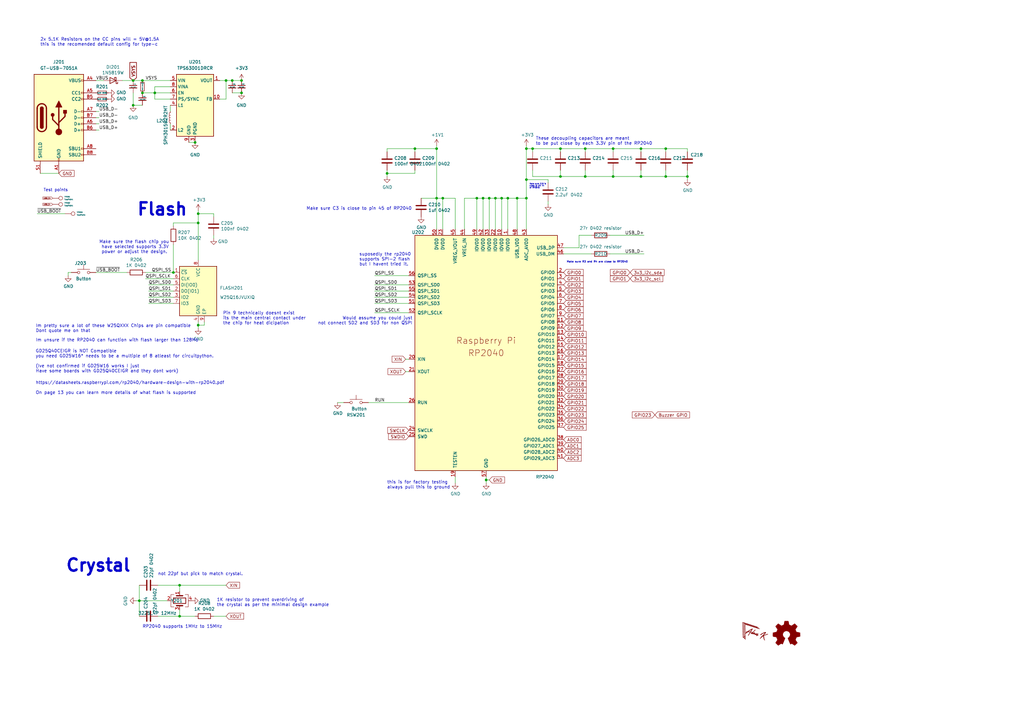
<source format=kicad_sch>
(kicad_sch (version 20231120) (generator "eeschema") (generator_version "8.0")
  (paper "A3")
  (lib_symbols
    (symbol "+3V3_1" (power) (pin_names (offset 0))
      (property "Value" "+3V3_1" (at 0 3.556 0))
      (symbol "+3V3_1_1_1"
        (pin power_in line (at 0 0 90) (length 0) hide (name "+3V3") (number "1"))
      )
    )
    (symbol "Connector:TestPoint" (pin_numbers hide) (pin_names (offset 0.762) hide)
      (property "Reference" "TP" (at 0 6.858 0))
      (property "Value" "TestPoint" (at 0 5.08 0))
      (symbol "TestPoint_1_1"
        (pin passive line (at 0 0 90) (length 2.54) (name "1") (number "1"))
      )
    )
    (symbol "Connector:USB_C_Receptacle_USB2.0_16P" (pin_names (offset 1.016))
      (property "Reference" "J" (at 0 22.225 0))
      (property "Value" "USB_C_Receptacle_USB2.0_16P" (at 0 19.685 0))
      (symbol "USB_C_Receptacle_USB2.0_16P_1_1"
        (pin passive line (at 0 -22.86 90) (length 5.08) (name "GND") (number "A1"))
        (pin passive line (at 0 -22.86 90) (length 5.08) hide (name "GND") (number "A12"))
        (pin passive line (at 15.24 15.24 180) (length 5.08) (name "VBUS") (number "A4"))
        (pin bidirectional line (at 15.24 10.16 180) (length 5.08) (name "CC1") (number "A5"))
        (pin bidirectional line (at 15.24 -2.54 180) (length 5.08) (name "D+") (number "A6"))
        (pin bidirectional line (at 15.24 2.54 180) (length 5.08) (name "D-") (number "A7"))
        (pin bidirectional line (at 15.24 -12.7 180) (length 5.08) (name "SBU1") (number "A8"))
        (pin passive line (at 15.24 15.24 180) (length 5.08) hide (name "VBUS") (number "A9"))
        (pin passive line (at 0 -22.86 90) (length 5.08) hide (name "GND") (number "B1"))
        (pin passive line (at 0 -22.86 90) (length 5.08) hide (name "GND") (number "B12"))
        (pin passive line (at 15.24 15.24 180) (length 5.08) hide (name "VBUS") (number "B4"))
        (pin bidirectional line (at 15.24 7.62 180) (length 5.08) (name "CC2") (number "B5"))
        (pin bidirectional line (at 15.24 -5.08 180) (length 5.08) (name "D+") (number "B6"))
        (pin bidirectional line (at 15.24 0 180) (length 5.08) (name "D-") (number "B7"))
        (pin bidirectional line (at 15.24 -15.24 180) (length 5.08) (name "SBU2") (number "B8"))
        (pin passive line (at 15.24 15.24 180) (length 5.08) hide (name "VBUS") (number "B9"))
        (pin passive line (at -7.62 -22.86 90) (length 5.08) (name "SHIELD") (number "S1"))
      )
    )
    (symbol "Device:C" (pin_numbers hide) (pin_names (offset 0.254))
      (property "Reference" "C" (at 0.635 2.54 0))
      (property "Value" "C" (at 0.635 -2.54 0))
      (symbol "C_1_1"
        (pin passive line (at 0 3.81 270) (length 2.794) (name "~") (number "1"))
        (pin passive line (at 0 -3.81 90) (length 2.794) (name "~") (number "2"))
      )
    )
    (symbol "Device:C_Small" (pin_numbers hide) (pin_names (offset 0.254) hide)
      (property "Reference" "C" (at 0.254 1.778 0))
      (property "Value" "C_Small" (at 0.254 -2.032 0))
      (symbol "C_Small_1_1"
        (pin passive line (at 0 2.54 270) (length 2.032) (name "~") (number "1"))
        (pin passive line (at 0 -2.54 90) (length 2.032) (name "~") (number "2"))
      )
    )
    (symbol "Device:Crystal_GND24" (pin_names (offset 1.016) hide)
      (property "Reference" "Y" (at 3.175 5.08 0))
      (property "Value" "Crystal_GND24" (at 3.175 3.175 0))
      (symbol "Crystal_GND24_1_1"
        (pin passive line (at -3.81 0 0) (length 1.27) (name "1") (number "1"))
        (pin passive line (at 0 5.08 270) (length 1.27) (name "2") (number "2"))
        (pin passive line (at 3.81 0 180) (length 1.27) (name "3") (number "3"))
        (pin passive line (at 0 -5.08 90) (length 1.27) (name "4") (number "4"))
      )
    )
    (symbol "Device:D_Schottky" (pin_numbers hide) (pin_names (offset 1.016) hide)
      (property "Reference" "D" (at 0 2.54 0))
      (property "Value" "D_Schottky" (at 0 -2.54 0))
      (symbol "D_Schottky_1_1"
        (pin passive line (at -3.81 0 0) (length 2.54) (name "K") (number "1"))
        (pin passive line (at 3.81 0 180) (length 2.54) (name "A") (number "2"))
      )
    )
    (symbol "Device:L_Small" (pin_numbers hide) (pin_names (offset 0.254) hide)
      (property "Reference" "L" (at 0.762 1.016 0))
      (property "Value" "L_Small" (at 0.762 -1.016 0))
      (symbol "L_Small_1_1"
        (pin passive line (at 0 2.54 270) (length 0.508) (name "~") (number "1"))
        (pin passive line (at 0 -2.54 90) (length 0.508) (name "~") (number "2"))
      )
    )
    (symbol "Device:R" (pin_numbers hide) (pin_names (offset 0))
      (property "Reference" "R" (at 2.032 0 90))
      (property "Value" "R" (at 0 0 90))
      (symbol "R_1_1"
        (pin passive line (at 0 3.81 270) (length 1.27) (name "~") (number "1"))
        (pin passive line (at 0 -3.81 90) (length 1.27) (name "~") (number "2"))
      )
    )
    (symbol "Device:R_Small" (pin_numbers hide) (pin_names (offset 0.254) hide)
      (property "Reference" "R" (at 0.762 0.508 0))
      (property "Value" "R_Small" (at 0.762 -1.016 0))
      (symbol "R_Small_1_1"
        (pin passive line (at 0 2.54 270) (length 0.762) (name "~") (number "1"))
        (pin passive line (at 0 -2.54 90) (length 0.762) (name "~") (number "2"))
      )
    )
    (symbol "GND_1" (power) (pin_names (offset 0))
      (property "Value" "GND_1" (at 0 -3.81 0))
      (symbol "GND_1_1_1"
        (pin power_in line (at 0 0 270) (length 0) hide (name "GND") (number "1"))
      )
    )
    (symbol "GND_2" (power) (pin_names (offset 0))
      (property "Value" "GND_2" (at 0 -3.81 0))
      (symbol "GND_2_1_1"
        (pin power_in line (at 0 0 270) (length 0) hide (name "GND") (number "1"))
      )
    )
    (symbol "Graphic:Logo_Open_Hardware_Small" (pin_names (offset 1.016)))
    (symbol "MCU_RaspberryPi_RP2040:RP2040" (pin_names (offset 1.016))
      (property "Reference" "U" (at -29.21 49.53 0))
      (property "Value" "RP2040" (at 24.13 -49.53 0))
      (symbol "RP2040_0_0"
        (text "Raspberry Pi" (at 0 5.08 0) (effects (font (size 2.54 2.54))))
        (text "RP2040" (at 0 0 0) (effects (font (size 2.54 2.54))))
      )
      (symbol "RP2040_1_1"
        (pin power_in line (at 8.89 50.8 270) (length 2.54) (name "IOVDD") (number "1"))
        (pin power_in line (at 6.35 50.8 270) (length 2.54) (name "IOVDD") (number "10"))
        (pin bidirectional line (at 31.75 12.7 180) (length 2.54) (name "GPIO8") (number "11"))
        (pin bidirectional line (at 31.75 10.16 180) (length 2.54) (name "GPIO9") (number "12"))
        (pin bidirectional line (at 31.75 7.62 180) (length 2.54) (name "GPIO10") (number "13"))
        (pin bidirectional line (at 31.75 5.08 180) (length 2.54) (name "GPIO11") (number "14"))
        (pin bidirectional line (at 31.75 2.54 180) (length 2.54) (name "GPIO12") (number "15"))
        (pin bidirectional line (at 31.75 0 180) (length 2.54) (name "GPIO13") (number "16"))
        (pin bidirectional line (at 31.75 -2.54 180) (length 2.54) (name "GPIO14") (number "17"))
        (pin bidirectional line (at 31.75 -5.08 180) (length 2.54) (name "GPIO15") (number "18"))
        (pin passive line (at -12.7 -50.8 90) (length 2.54) (name "TESTEN") (number "19"))
        (pin bidirectional line (at 31.75 33.02 180) (length 2.54) (name "GPIO0") (number "2"))
        (pin input line (at -31.75 -2.54 0) (length 2.54) (name "XIN") (number "20"))
        (pin passive line (at -31.75 -7.62 0) (length 2.54) (name "XOUT") (number "21"))
        (pin power_in line (at 3.81 50.8 270) (length 2.54) (name "IOVDD") (number "22"))
        (pin power_in line (at -17.78 50.8 270) (length 2.54) (name "DVDD") (number "23"))
        (pin output line (at -31.75 -31.75 0) (length 2.54) (name "SWCLK") (number "24"))
        (pin bidirectional line (at -31.75 -34.29 0) (length 2.54) (name "SWD") (number "25"))
        (pin input line (at -31.75 -20.32 0) (length 2.54) (name "RUN") (number "26"))
        (pin bidirectional line (at 31.75 -7.62 180) (length 2.54) (name "GPIO16") (number "27"))
        (pin bidirectional line (at 31.75 -10.16 180) (length 2.54) (name "GPIO17") (number "28"))
        (pin bidirectional line (at 31.75 -12.7 180) (length 2.54) (name "GPIO18") (number "29"))
        (pin bidirectional line (at 31.75 30.48 180) (length 2.54) (name "GPIO1") (number "3"))
        (pin bidirectional line (at 31.75 -15.24 180) (length 2.54) (name "GPIO19") (number "30"))
        (pin bidirectional line (at 31.75 -17.78 180) (length 2.54) (name "GPIO20") (number "31"))
        (pin bidirectional line (at 31.75 -20.32 180) (length 2.54) (name "GPIO21") (number "32"))
        (pin power_in line (at 1.27 50.8 270) (length 2.54) (name "IOVDD") (number "33"))
        (pin bidirectional line (at 31.75 -22.86 180) (length 2.54) (name "GPIO22") (number "34"))
        (pin bidirectional line (at 31.75 -25.4 180) (length 2.54) (name "GPIO23") (number "35"))
        (pin bidirectional line (at 31.75 -27.94 180) (length 2.54) (name "GPIO24") (number "36"))
        (pin bidirectional line (at 31.75 -30.48 180) (length 2.54) (name "GPIO25") (number "37"))
        (pin bidirectional line (at 31.75 -35.56 180) (length 2.54) (name "GPIO26_ADC0") (number "38"))
        (pin bidirectional line (at 31.75 -38.1 180) (length 2.54) (name "GPIO27_ADC1") (number "39"))
        (pin bidirectional line (at 31.75 27.94 180) (length 2.54) (name "GPIO2") (number "4"))
        (pin bidirectional line (at 31.75 -40.64 180) (length 2.54) (name "GPIO28_ADC2") (number "40"))
        (pin bidirectional line (at 31.75 -43.18 180) (length 2.54) (name "GPIO29_ADC3") (number "41"))
        (pin power_in line (at -1.27 50.8 270) (length 2.54) (name "IOVDD") (number "42"))
        (pin power_in line (at 16.51 50.8 270) (length 2.54) (name "ADC_AVDD") (number "43"))
        (pin power_in line (at -8.89 50.8 270) (length 2.54) (name "VREG_IN") (number "44"))
        (pin power_out line (at -12.7 50.8 270) (length 2.54) (name "VREG_VOUT") (number "45"))
        (pin bidirectional line (at 31.75 40.64 180) (length 2.54) (name "USB_DM") (number "46"))
        (pin bidirectional line (at 31.75 43.18 180) (length 2.54) (name "USB_DP") (number "47"))
        (pin power_in line (at 12.7 50.8 270) (length 2.54) (name "USB_VDD") (number "48"))
        (pin power_in line (at -3.81 50.8 270) (length 2.54) (name "IOVDD") (number "49"))
        (pin bidirectional line (at 31.75 25.4 180) (length 2.54) (name "GPIO3") (number "5"))
        (pin power_in line (at -20.32 50.8 270) (length 2.54) (name "DVDD") (number "50"))
        (pin bidirectional line (at -31.75 20.32 0) (length 2.54) (name "QSPI_SD3") (number "51"))
        (pin output line (at -31.75 16.51 0) (length 2.54) (name "QSPI_SCLK") (number "52"))
        (pin bidirectional line (at -31.75 27.94 0) (length 2.54) (name "QSPI_SD0") (number "53"))
        (pin bidirectional line (at -31.75 22.86 0) (length 2.54) (name "QSPI_SD2") (number "54"))
        (pin bidirectional line (at -31.75 25.4 0) (length 2.54) (name "QSPI_SD1") (number "55"))
        (pin bidirectional line (at -31.75 31.75 0) (length 2.54) (name "QSPI_SS") (number "56"))
        (pin power_in line (at 0 -50.8 90) (length 2.54) (name "GND") (number "57"))
        (pin bidirectional line (at 31.75 22.86 180) (length 2.54) (name "GPIO4") (number "6"))
        (pin bidirectional line (at 31.75 20.32 180) (length 2.54) (name "GPIO5") (number "7"))
        (pin bidirectional line (at 31.75 17.78 180) (length 2.54) (name "GPIO6") (number "8"))
        (pin bidirectional line (at 31.75 15.24 180) (length 2.54) (name "GPIO7") (number "9"))
      )
    )
    (symbol "Memory_Flash:W25Q32JVZP"
      (property "Reference" "U" (at -6.35 11.43 0))
      (property "Value" "W25Q32JVZP" (at 7.62 11.43 0))
      (symbol "W25Q32JVZP_1_1"
        (pin input line (at -10.16 7.62 0) (length 2.54) (name "~{CS}") (number "1"))
        (pin bidirectional line (at -10.16 0 0) (length 2.54) (name "DO(IO1)") (number "2"))
        (pin bidirectional line (at -10.16 -2.54 0) (length 2.54) (name "IO2") (number "3"))
        (pin power_in line (at 0 -12.7 90) (length 2.54) (name "GND") (number "4"))
        (pin bidirectional line (at -10.16 2.54 0) (length 2.54) (name "DI(IO0)") (number "5"))
        (pin input line (at -10.16 5.08 0) (length 2.54) (name "CLK") (number "6"))
        (pin bidirectional line (at -10.16 -5.08 0) (length 2.54) (name "IO3") (number "7"))
        (pin power_in line (at 0 12.7 270) (length 2.54) (name "VCC") (number "8"))
        (pin passive line (at 2.54 -12.7 90) (length 2.54) (name "EP") (number "9"))
      )
    )
    (symbol "Regulator_Switching:TPS63001"
      (property "Reference" "U" (at -7.62 13.97 0))
      (property "Value" "TPS63001" (at 5.08 13.97 0))
      (symbol "TPS63001_1_1"
        (pin power_out line (at 10.16 10.16 180) (length 2.54) (name "VOUT") (number "1"))
        (pin input line (at 10.16 2.54 180) (length 2.54) (name "FB") (number "10"))
        (pin passive line (at 0 -15.24 90) (length 2.54) hide (name "PGND") (number "11"))
        (pin input line (at -10.16 -10.16 0) (length 2.54) (name "L2") (number "2"))
        (pin power_in line (at 0 -15.24 90) (length 2.54) (name "PGND") (number "3"))
        (pin input line (at -10.16 0 0) (length 2.54) (name "L1") (number "4"))
        (pin power_in line (at -10.16 10.16 0) (length 2.54) (name "VIN") (number "5"))
        (pin input line (at -10.16 5.08 0) (length 2.54) (name "EN") (number "6"))
        (pin input line (at -10.16 2.54 0) (length 2.54) (name "PS/SYNC") (number "7"))
        (pin power_in line (at -10.16 7.62 0) (length 2.54) (name "VINA") (number "8"))
        (pin power_in line (at -2.54 -15.24 90) (length 2.54) (name "GND") (number "9"))
      )
    )
    (symbol "Switch:SW_Push" (pin_numbers hide) (pin_names (offset 1.016) hide)
      (property "Reference" "SW" (at 1.27 2.54 0))
      (property "Value" "SW_Push" (at 0 -1.524 0))
      (symbol "SW_Push_0_1"
        (pin passive line (at -5.08 0 0) (length 2.54) (name "1") (number "1"))
        (pin passive line (at 5.08 0 180) (length 2.54) (name "2") (number "2"))
      )
    )
    (symbol "logo:LOGO" (pin_names (offset 1.016)))
    (symbol "power:+1V1" (power) (pin_names (offset 0))
      (property "Value" "+1V1" (at 0 3.556 0))
      (symbol "+1V1_1_1"
        (pin power_in line (at 0 0 90) (length 0) hide (name "+1V1") (number "1"))
      )
    )
    (symbol "power:+3V3" (power) (pin_names (offset 0))
      (property "Value" "+3V3" (at 0 3.556 0))
      (symbol "+3V3_1_1"
        (pin power_in line (at 0 0 90) (length 0) hide (name "+3V3") (number "1"))
      )
    )
    (symbol "power:GND" (power) (pin_names (offset 0))
      (property "Value" "GND" (at 0 -3.81 0))
      (symbol "GND_1_1"
        (pin power_in line (at 0 0 270) (length 0) hide (name "GND") (number "1"))
      )
    )
  )
  (junction (at 95.25 33.02))
  (junction (at 99.06 33.02))
  (junction (at 262.89 60.96))
  (junction (at 73.66 252.73))
  (junction (at 262.89 72.39))
  (junction (at 195.58 81.28))
  (junction (at 208.28 81.28))
  (junction (at 58.42 38.1))
  (junction (at 251.46 72.39))
  (junction (at 179.07 81.28))
  (junction (at 92.71 33.02))
  (junction (at 57.15 246.38))
  (junction (at 215.9 60.96))
  (junction (at 71.12 111.76))
  (junction (at 281.94 72.39))
  (junction (at 215.9 73.66))
  (junction (at 203.2 81.28))
  (junction (at 80.01 58.42))
  (junction (at 229.87 60.96))
  (junction (at 170.18 60.96))
  (junction (at 81.28 87.63))
  (junction (at 205.74 81.28))
  (junction (at 240.03 72.39))
  (junction (at 229.87 72.39))
  (junction (at 218.44 60.96))
  (junction (at 251.46 60.96))
  (junction (at 58.42 33.02))
  (junction (at 63.5 38.1))
  (junction (at 81.28 133.35))
  (junction (at 81.28 91.44))
  (junction (at 240.03 60.96))
  (junction (at 99.06 38.1))
  (junction (at 198.12 81.28))
  (junction (at 212.09 81.28))
  (junction (at 215.9 81.28))
  (junction (at 273.05 60.96))
  (junction (at 54.61 33.02))
  (junction (at 199.39 196.85))
  (junction (at 273.05 72.39))
  (junction (at 73.66 240.03))
  (junction (at 179.07 60.96))
  (junction (at 200.66 81.28))
  (junction (at 54.61 43.18))
  (junction (at 181.61 81.28))
  (junction (at 158.75 71.12))
  (wire (pts (xy 190.5 93.98) (xy 190.5 81.28)))
  (wire (pts (xy 218.44 62.23) (xy 218.44 60.96)))
  (wire (pts (xy 95.25 38.1) (xy 99.06 38.1)))
  (wire (pts (xy 186.69 81.28) (xy 181.61 81.28)))
  (wire (pts (xy 158.75 69.85) (xy 158.75 71.12)))
  (wire (pts (xy 190.5 81.28) (xy 195.58 81.28)))
  (wire (pts (xy 229.87 72.39) (xy 240.03 72.39)))
  (wire (pts (xy 262.89 69.85) (xy 262.89 72.39)))
  (wire (pts (xy 73.66 240.03) (xy 92.71 240.03)))
  (wire (pts (xy 59.69 111.76) (xy 71.12 111.76)))
  (wire (pts (xy 167.64 128.27) (xy 153.67 128.27)))
  (wire (pts (xy 166.37 147.32) (xy 167.64 147.32)))
  (wire (pts (xy 281.94 69.85) (xy 281.94 72.39)))
  (wire (pts (xy 240.03 62.23) (xy 240.03 60.96)))
  (wire (pts (xy 87.63 252.73) (xy 92.71 252.73)))
  (wire (pts (xy 200.66 196.85) (xy 199.39 196.85)))
  (wire (pts (xy 71.12 116.84) (xy 60.96 116.84)))
  (wire (pts (xy 64.77 240.03) (xy 73.66 240.03)))
  (wire (pts (xy 195.58 81.28) (xy 198.12 81.28)))
  (wire (pts (xy 92.71 40.64) (xy 92.71 33.02)))
  (wire (pts (xy 273.05 72.39) (xy 281.94 72.39)))
  (wire (pts (xy 71.12 124.46) (xy 60.96 124.46)))
  (wire (pts (xy 224.79 74.93) (xy 224.79 73.66)))
  (wire (pts (xy 60.96 119.38) (xy 71.12 119.38)))
  (wire (pts (xy 231.14 101.6) (xy 237.49 101.6)))
  (wire (pts (xy 200.66 81.28) (xy 203.2 81.28)))
  (wire (pts (xy 81.28 133.35) (xy 81.28 132.08)))
  (wire (pts (xy 215.9 73.66) (xy 224.79 73.66)))
  (wire (pts (xy 237.49 96.52) (xy 242.57 96.52)))
  (wire (pts (xy 27.94 111.76) (xy 27.94 113.03)))
  (wire (pts (xy 203.2 93.98) (xy 203.2 81.28)))
  (wire (pts (xy 92.71 33.02) (xy 90.17 33.02)))
  (wire (pts (xy 229.87 72.39) (xy 229.87 69.85)))
  (wire (pts (xy 273.05 69.85) (xy 273.05 72.39)))
  (wire (pts (xy 250.19 96.52) (xy 264.16 96.52)))
  (wire (pts (xy 63.5 38.1) (xy 69.85 38.1)))
  (wire (pts (xy 218.44 60.96) (xy 229.87 60.96)))
  (wire (pts (xy 273.05 60.96) (xy 281.94 60.96)))
  (wire (pts (xy 95.25 33.02) (xy 99.06 33.02)))
  (wire (pts (xy 52.07 111.76) (xy 39.37 111.76)))
  (wire (pts (xy 186.69 93.98) (xy 186.69 81.28)))
  (wire (pts (xy 215.9 59.69) (xy 215.9 60.96)))
  (wire (pts (xy 24.13 71.12) (xy 16.51 71.12)))
  (wire (pts (xy 80.01 252.73) (xy 73.66 252.73)))
  (wire (pts (xy 81.28 91.44) (xy 81.28 106.68)))
  (wire (pts (xy 229.87 60.96) (xy 240.03 60.96)))
  (wire (pts (xy 153.67 124.46) (xy 167.64 124.46)))
  (wire (pts (xy 63.5 38.1) (xy 63.5 35.56)))
  (wire (pts (xy 215.9 73.66) (xy 215.9 81.28)))
  (wire (pts (xy 251.46 60.96) (xy 262.89 60.96)))
  (wire (pts (xy 73.66 252.73) (xy 73.66 250.19)))
  (wire (pts (xy 81.28 86.36) (xy 81.28 87.63)))
  (wire (pts (xy 81.28 133.35) (xy 81.28 134.62)))
  (wire (pts (xy 200.66 93.98) (xy 200.66 81.28)))
  (wire (pts (xy 205.74 93.98) (xy 205.74 81.28)))
  (wire (pts (xy 153.67 116.84) (xy 167.64 116.84)))
  (wire (pts (xy 181.61 93.98) (xy 181.61 81.28)))
  (wire (pts (xy 158.75 71.12) (xy 158.75 72.39)))
  (wire (pts (xy 57.15 246.38) (xy 68.58 246.38)))
  (wire (pts (xy 57.15 246.38) (xy 57.15 240.03)))
  (wire (pts (xy 181.61 81.28) (xy 179.07 81.28)))
  (wire (pts (xy 69.85 50.8) (xy 69.85 53.34)))
  (wire (pts (xy 208.28 81.28) (xy 208.28 93.98)))
  (wire (pts (xy 251.46 69.85) (xy 251.46 72.39)))
  (wire (pts (xy 215.9 60.96) (xy 218.44 60.96)))
  (wire (pts (xy 251.46 62.23) (xy 251.46 60.96)))
  (wire (pts (xy 199.39 195.58) (xy 199.39 196.85)))
  (wire (pts (xy 186.69 195.58) (xy 186.69 198.12)))
  (wire (pts (xy 151.13 165.1) (xy 167.64 165.1)))
  (wire (pts (xy 73.66 252.73) (xy 64.77 252.73)))
  (wire (pts (xy 71.12 92.71) (xy 71.12 91.44)))
  (wire (pts (xy 218.44 69.85) (xy 218.44 72.39)))
  (wire (pts (xy 158.75 62.23) (xy 158.75 60.96)))
  (wire (pts (xy 262.89 72.39) (xy 251.46 72.39)))
  (wire (pts (xy 273.05 72.39) (xy 262.89 72.39)))
  (wire (pts (xy 57.15 246.38) (xy 55.88 246.38)))
  (wire (pts (xy 273.05 60.96) (xy 273.05 62.23)))
  (wire (pts (xy 218.44 72.39) (xy 229.87 72.39)))
  (wire (pts (xy 170.18 60.96) (xy 179.07 60.96)))
  (wire (pts (xy 87.63 87.63) (xy 81.28 87.63)))
  (wire (pts (xy 153.67 119.38) (xy 167.64 119.38)))
  (wire (pts (xy 240.03 69.85) (xy 240.03 72.39)))
  (wire (pts (xy 69.85 40.64) (xy 63.5 40.64)))
  (wire (pts (xy 199.39 196.85) (xy 199.39 198.12)))
  (wire (pts (xy 54.61 43.18) (xy 54.61 38.1)))
  (wire (pts (xy 39.37 53.34) (xy 40.64 53.34)))
  (wire (pts (xy 73.66 242.57) (xy 73.66 240.03)))
  (wire (pts (xy 158.75 60.96) (xy 170.18 60.96)))
  (wire (pts (xy 58.42 33.02) (xy 69.85 33.02)))
  (wire (pts (xy 80.01 58.42) (xy 77.47 58.42)))
  (wire (pts (xy 71.12 91.44) (xy 81.28 91.44)))
  (wire (pts (xy 198.12 81.28) (xy 200.66 81.28)))
  (wire (pts (xy 39.37 50.8) (xy 40.64 50.8)))
  (wire (pts (xy 140.97 165.1) (xy 138.43 165.1)))
  (wire (pts (xy 179.07 60.96) (xy 179.07 81.28)))
  (wire (pts (xy 281.94 73.66) (xy 281.94 72.39)))
  (wire (pts (xy 54.61 43.18) (xy 58.42 43.18)))
  (wire (pts (xy 205.74 81.28) (xy 208.28 81.28)))
  (wire (pts (xy 83.82 133.35) (xy 83.82 132.08)))
  (wire (pts (xy 215.9 81.28) (xy 215.9 93.98)))
  (wire (pts (xy 15.24 87.63) (xy 26.67 87.63)))
  (wire (pts (xy 237.49 96.52) (xy 237.49 101.6)))
  (wire (pts (xy 92.71 33.02) (xy 95.25 33.02)))
  (wire (pts (xy 153.67 121.92) (xy 167.64 121.92)))
  (wire (pts (xy 50.165 33.02) (xy 54.61 33.02)))
  (wire (pts (xy 208.28 81.28) (xy 212.09 81.28)))
  (wire (pts (xy 63.5 35.56) (xy 69.85 35.56)))
  (wire (pts (xy 81.28 87.63) (xy 81.28 91.44)))
  (wire (pts (xy 229.87 62.23) (xy 229.87 60.96)))
  (wire (pts (xy 240.03 60.96) (xy 251.46 60.96)))
  (wire (pts (xy 262.89 62.23) (xy 262.89 60.96)))
  (wire (pts (xy 42.545 33.02) (xy 39.37 33.02)))
  (wire (pts (xy 71.12 100.33) (xy 71.12 111.76)))
  (wire (pts (xy 81.28 133.35) (xy 83.82 133.35)))
  (wire (pts (xy 203.2 81.28) (xy 205.74 81.28)))
  (wire (pts (xy 40.64 45.72) (xy 39.37 45.72)))
  (wire (pts (xy 87.63 88.9) (xy 87.63 87.63)))
  (wire (pts (xy 87.63 96.52) (xy 87.63 97.79)))
  (wire (pts (xy 212.09 93.98) (xy 212.09 81.28)))
  (wire (pts (xy 250.19 104.14) (xy 264.16 104.14)))
  (wire (pts (xy 167.64 113.03) (xy 153.67 113.03)))
  (wire (pts (xy 170.18 71.12) (xy 170.18 69.85)))
  (wire (pts (xy 90.17 40.64) (xy 92.71 40.64)))
  (wire (pts (xy 29.21 111.76) (xy 27.94 111.76)))
  (wire (pts (xy 54.61 33.02) (xy 58.42 33.02)))
  (wire (pts (xy 179.07 81.28) (xy 172.72 81.28)))
  (wire (pts (xy 231.14 104.14) (xy 242.57 104.14)))
  (wire (pts (xy 215.9 60.96) (xy 215.9 73.66)))
  (wire (pts (xy 170.18 62.23) (xy 170.18 60.96)))
  (wire (pts (xy 63.5 38.1) (xy 63.5 40.64)))
  (wire (pts (xy 251.46 72.39) (xy 240.03 72.39)))
  (wire (pts (xy 179.07 59.69) (xy 179.07 60.96)))
  (wire (pts (xy 262.89 60.96) (xy 273.05 60.96)))
  (wire (pts (xy 212.09 81.28) (xy 215.9 81.28)))
  (wire (pts (xy 158.75 71.12) (xy 170.18 71.12)))
  (wire (pts (xy 59.69 114.3) (xy 71.12 114.3)))
  (wire (pts (xy 71.12 121.92) (xy 60.96 121.92)))
  (wire (pts (xy 224.79 82.55) (xy 224.79 83.82)))
  (wire (pts (xy 167.64 152.4) (xy 166.37 152.4)))
  (wire (pts (xy 69.85 43.18) (xy 69.85 45.72)))
  (wire (pts (xy 198.12 93.98) (xy 198.12 81.28)))
  (wire (pts (xy 40.64 48.26) (xy 39.37 48.26)))
  (wire (pts (xy 281.94 60.96) (xy 281.94 62.23)))
  (wire (pts (xy 195.58 93.98) (xy 195.58 81.28)))
  (wire (pts (xy 58.42 38.1) (xy 63.5 38.1)))
  (wire (pts (xy 57.15 252.73) (xy 57.15 246.38)))
  (wire (pts (xy 179.07 81.28) (xy 179.07 93.98)))
  (text "GD25Q40CEIGR is NOT Compatible\nyou need GD25W16* needs to be a multiple of 8 atleast for circuitpython.\n\n(Ive not confirmed if GD25W16 works I just \nHave some boards with GD25Q40CEIGR and they dont work)" (at 14.605 153.035 0) (effects (font (size 1.27 1.27)) (justify left bottom)))
  (text "1K resistor to prevent overdriving of \nthe crystal as per the minimal design example" (at 88.9 248.92 0) (effects (font (size 1.27 1.27)) (justify left bottom)))
  (text "RP2040 supports 1MHz to 15MHz" (at 58.42 257.81 0) (effects (font (size 1.27 1.27)) (justify left bottom)))
  (text "https://datasheets.raspberrypi.com/rp2040/hardware-design-with-rp2040.pdf\n\nOn page 13 you can learn more details of what flash is supported\n" (at 14.605 161.925 0) (effects (font (size 1.27 1.27)) (justify left bottom)))
  (text "Flash" (at 55.88 88.9 0) (effects (font (size 5.0038 5.0038) (thickness 1.0008) (bold yes)) (justify left bottom)))
  (text "Im pretty sure a lot of these W25QXXX Chips are pin compatible\nDont quote me on that" (at 14.605 136.525 0) (effects (font (size 1.27 1.27)) (justify left bottom)))
  (text "suposedly the rp2040\nsupports SPI-2 flash\nbut I havent tried it.\n" (at 147.32 109.22 0) (effects (font (size 1.27 1.27)) (justify left bottom)))
  (text "Would assume you could just\nnot connect SD2 and SD3 for non QSPI" (at 169.164 133.35 0) (effects (font (size 1.27 1.27)) (justify right bottom)))
  (text "Make sure the flash chip you\n have selected supports 3.3V\n power or adjust the design." (at 40.64 104.14 0) (effects (font (size 1.27 1.27)) (justify left bottom)))
  (text "Test points" (at 17.78 78.74 0) (effects (font (size 1.1938 1.1938)) (justify left bottom)))
  (text "2x 5.1K Resistors on the CC pins will = 5V@1.5A\nthis is the recomended default config for type-c" (at 16.51 19.05 0) (effects (font (size 1.27 1.27)) (justify left bottom)))
  (text "Im unsure if the RP2040 can function with flash larger than 128Mb" (at 14.605 140.335 0) (effects (font (size 1.27 1.27)) (justify left bottom)))
  (text "not 22pf but pick to match crystal." (at 64.77 236.22 0) (effects (font (size 1.27 1.27)) (justify left bottom)))
  (text "Pin 9 technically doesnt exist\nits the main central contact under\nthe chip for heat dicipation" (at 91.44 133.35 0) (effects (font (size 1.27 1.27)) (justify left bottom)))
  (text "These decoupling capacitors are meant\nto be put close by each 3.3V pin of the RP2040" (at 219.71 59.69 0) (effects (font (size 1.27 1.27)) (justify left bottom)))
  (text "Crystal" (at 26.67 234.95 0) (effects (font (size 5.0038 5.0038) (thickness 1.0008) (bold yes)) (justify left bottom)))
  (text "Make sure R3 and R4 are close to RP2040" (at 232.41 107.95 0) (effects (font (size 0.75 0.75)) (justify left bottom)))
  (text "Make sure C10 is\nclose to pin 44\nof RP2040\n" (at 217.17 77.47 0) (effects (font (size 0.5 0.5)) (justify left bottom)))
  (text "Make sure C3 is close to pin 45 of RP2040" (at 168.91 86.36 0) (effects (font (size 1.27 1.27)) (justify right bottom)))
  (text "this is for factory testing\nalways pull this to ground" (at 158.75 200.66 0) (effects (font (size 1.27 1.27)) (justify left bottom)))
  (label "RUN" (at 153.67 165.1 0))
  (label "QSPI_SD2" (at 153.67 121.92 0))
  (label "QSPI_SD1" (at 60.96 119.38 0))
  (label "USB_D-" (at 40.64 45.72 0))
  (label "~{USB_BOOT}" (at 15.24 87.63 0))
  (label "QSPI_SD0" (at 153.67 116.84 0))
  (label "QSPI_SD3" (at 153.67 124.46 0))
  (label "VSYS" (at 59.69 33.02 0))
  (label "USB_D-" (at 40.64 48.26 0))
  (label "QSPI_SD0" (at 60.96 116.84 0))
  (label "QSPI_SS" (at 62.23 111.76 0))
  (label "USB_D+" (at 264.16 96.52 180))
  (label "QSPI_SD1" (at 153.67 119.38 0))
  (label "QSPI_SD2" (at 60.96 121.92 0))
  (label "QSPI_SD3" (at 60.96 124.46 0))
  (label "QSPI_SS" (at 153.67 113.03 0))
  (label "QSPI_SCLK" (at 59.69 114.3 0))
  (label "VBUS" (at 39.37 33.02 0))
  (label "~{USB_BOOT}" (at 39.37 111.76 0))
  (label "USB_D-" (at 264.16 104.14 180))
  (label "USB_D+" (at 40.64 50.8 0))
  (label "QSPI_SCLK" (at 153.67 128.27 0))
  (label "USB_D+" (at 40.64 53.34 0))
  (global_label "GPIO3" (shape input) (at 231.14 119.38 0) (property "Intersheetrefs" "${INTERSHEET_REFS}" (effects (hide yes))))
  (global_label "GPIO22" (shape input) (at 231.14 167.64 0) (property "Intersheetrefs" "${INTERSHEET_REFS}" (effects (hide yes))))
  (global_label "GPIO24" (shape input) (at 231.14 172.72 0) (property "Intersheetrefs" "${INTERSHEET_REFS}" (effects (hide yes))))
  (global_label "GPIO21" (shape input) (at 231.14 165.1 0) (property "Intersheetrefs" "${INTERSHEET_REFS}" (effects (hide yes))))
  (global_label "ADC0" (shape input) (at 231.14 180.34 0) (property "Intersheetrefs" "${INTERSHEET_REFS}" (effects (hide yes))))
  (global_label "GPIO14" (shape input) (at 231.14 147.32 0) (property "Intersheetrefs" "${INTERSHEET_REFS}" (effects (hide yes))))
  (global_label "Buzzer GPIO" (shape input) (at 268.605 170.18 0) (property "Intersheetrefs" "${INTERSHEET_REFS}" (effects (hide yes))))
  (global_label "GPIO18" (shape input) (at 231.14 157.48 0) (property "Intersheetrefs" "${INTERSHEET_REFS}" (effects (hide yes))))
  (global_label "USB_D-" (shape input) (at 21.59 83.82 180) (effects (font (size 0.508 0.508))) (property "Intersheetrefs" "${INTERSHEET_REFS}" (effects (hide yes))))
  (global_label "GPIO16" (shape input) (at 231.14 152.4 0) (property "Intersheetrefs" "${INTERSHEET_REFS}" (effects (hide yes))))
  (global_label "ADC1" (shape input) (at 231.14 182.88 0) (property "Intersheetrefs" "${INTERSHEET_REFS}" (effects (hide yes))))
  (global_label "GPIO9" (shape input) (at 231.14 134.62 0) (property "Intersheetrefs" "${INTERSHEET_REFS}" (effects (hide yes))))
  (global_label "GPIO10" (shape input) (at 231.14 137.16 0) (property "Intersheetrefs" "${INTERSHEET_REFS}" (effects (hide yes))))
  (global_label "GPIO0" (shape input) (at 231.14 111.76 0) (property "Intersheetrefs" "${INTERSHEET_REFS}" (effects (hide yes))))
  (global_label "SWDIO" (shape input) (at 167.64 179.07 180) (property "Intersheetrefs" "${INTERSHEET_REFS}" (effects (hide yes))))
  (global_label "GPIO6" (shape input) (at 231.14 127 0) (property "Intersheetrefs" "${INTERSHEET_REFS}" (effects (hide yes))))
  (global_label "GPIO8" (shape input) (at 231.14 132.08 0) (property "Intersheetrefs" "${INTERSHEET_REFS}" (effects (hide yes))))
  (global_label "GPIO0" (shape input) (at 258.445 111.76 180) (property "Intersheetrefs" "${INTERSHEET_REFS}" (effects (hide yes))))
  (global_label "3v3_i2c_sda" (shape input) (at 258.445 111.76 0) (property "Intersheetrefs" "${INTERSHEET_REFS}" (effects (hide yes))))
  (global_label "XOUT" (shape input) (at 166.37 152.4 180) (property "Intersheetrefs" "${INTERSHEET_REFS}" (effects (hide yes))))
  (global_label "GPIO19" (shape input) (at 231.14 160.02 0) (property "Intersheetrefs" "${INTERSHEET_REFS}" (effects (hide yes))))
  (global_label "GPIO17" (shape input) (at 231.14 154.94 0) (property "Intersheetrefs" "${INTERSHEET_REFS}" (effects (hide yes))))
  (global_label "GPIO12" (shape input) (at 231.14 142.24 0) (property "Intersheetrefs" "${INTERSHEET_REFS}" (effects (hide yes))))
  (global_label "GPIO23" (shape input) (at 231.14 170.18 0) (property "Intersheetrefs" "${INTERSHEET_REFS}" (effects (hide yes))))
  (global_label "XOUT" (shape input) (at 92.71 252.73 0) (property "Intersheetrefs" "${INTERSHEET_REFS}" (effects (hide yes))))
  (global_label "GPIO13" (shape input) (at 231.14 144.78 0) (property "Intersheetrefs" "${INTERSHEET_REFS}" (effects (hide yes))))
  (global_label "SWCLK" (shape input) (at 167.64 176.53 180) (property "Intersheetrefs" "${INTERSHEET_REFS}" (effects (hide yes))))
  (global_label "GND" (shape input) (at 24.13 71.12 0) (property "Intersheetrefs" "${INTERSHEET_REFS}" (effects (hide yes))))
  (global_label "3v3_i2c_scl" (shape input) (at 258.445 114.3 0) (property "Intersheetrefs" "${INTERSHEET_REFS}" (effects (hide yes))))
  (global_label "VSYS" (shape input) (at 54.61 33.02 90) (effects (font (bold yes))) (property "Intersheetrefs" "${INTERSHEET_REFS}" (effects (hide yes))))
  (global_label "USB_D+" (shape input) (at 21.59 81.28 180) (effects (font (size 0.508 0.508))) (property "Intersheetrefs" "${INTERSHEET_REFS}" (effects (hide yes))))
  (global_label "ADC3" (shape input) (at 231.14 187.96 0) (property "Intersheetrefs" "${INTERSHEET_REFS}" (effects (hide yes))))
  (global_label "GPIO7" (shape input) (at 231.14 129.54 0) (property "Intersheetrefs" "${INTERSHEET_REFS}" (effects (hide yes))))
  (global_label "GPIO1" (shape input) (at 231.14 114.3 0) (property "Intersheetrefs" "${INTERSHEET_REFS}" (effects (hide yes))))
  (global_label "GPIO23" (shape input) (at 268.605 170.18 180) (property "Intersheetrefs" "${INTERSHEET_REFS}" (effects (hide yes))))
  (global_label "GPIO25" (shape input) (at 231.14 175.26 0) (property "Intersheetrefs" "${INTERSHEET_REFS}" (effects (hide yes))))
  (global_label "GPIO20" (shape input) (at 231.14 162.56 0) (property "Intersheetrefs" "${INTERSHEET_REFS}" (effects (hide yes))))
  (global_label "GPIO4" (shape input) (at 231.14 121.92 0) (property "Intersheetrefs" "${INTERSHEET_REFS}" (effects (hide yes))))
  (global_label "ADC2" (shape input) (at 231.14 185.42 0) (property "Intersheetrefs" "${INTERSHEET_REFS}" (effects (hide yes))))
  (global_label "GPIO11" (shape input) (at 231.14 139.7 0) (property "Intersheetrefs" "${INTERSHEET_REFS}" (effects (hide yes))))
  (global_label "GPIO15" (shape input) (at 231.14 149.86 0) (property "Intersheetrefs" "${INTERSHEET_REFS}" (effects (hide yes))))
  (global_label "GPIO2" (shape input) (at 231.14 116.84 0) (property "Intersheetrefs" "${INTERSHEET_REFS}" (effects (hide yes))))
  (global_label "GPIO1" (shape input) (at 258.445 114.3 180) (property "Intersheetrefs" "${INTERSHEET_REFS}" (effects (hide yes))))
  (global_label "XIN" (shape input) (at 166.37 147.32 180) (property "Intersheetrefs" "${INTERSHEET_REFS}" (effects (hide yes))))
  (global_label "GPIO5" (shape input) (at 231.14 124.46 0) (property "Intersheetrefs" "${INTERSHEET_REFS}" (effects (hide yes))))
  (global_label "GND" (shape input) (at 200.66 196.85 0) (property "Intersheetrefs" "${INTERSHEET_REFS}" (effects (hide yes))))
  (global_label "XIN" (shape input) (at 92.71 240.03 0) (property "Intersheetrefs" "${INTERSHEET_REFS}" (effects (hide yes))))
  (symbol (lib_id "Device:L_Small") (at 69.85 48.26 0) (mirror y) (unit 1)
    (property "Reference" "L201" (at 64.135 49.53 0) (effects (justify right)))
    (property "Value" "SPH3015H2R2MT" (at 67.945 43.18 90) (effects (justify right)))
    (property "Footprint" "Inductor_SMD:L_Sunlord_SWPA3015S" (effects (hide yes)))
  )
  (symbol (lib_id "Device:R") (at 71.12 96.52 0) (unit 1)
    (property "Reference" "R207" (at 72.898 95.3516 0) (effects (justify left)))
    (property "Value" "10K 0402" (at 72.898 97.663 0) (effects (justify left)))
    (property "Footprint" "Resistor_SMD:R_0402_1005Metric" (effects (hide yes)))
    (property "LCSC" "  " (effects (hide yes)))
    (instances (project "Env-MicroDotClock" (path "" (reference "R207") (unit 1))) (project "EnvOpenPico" (path "" (reference "R2") (unit 1))) (project "EliteMicro2040" (path "" (reference "R2") (unit 1))))
  )
  (symbol (lib_id "Device:R_Small") (at 41.91 38.1 270) (unit 1)
    (property "Reference" "R201" (at 41.91 35.56 90))
    (property "Value" "5.1K 0402" (at 41.91 38.1 90) (effects (font (size 0.508 0.508))))
    (property "Footprint" "Resistor_SMD:R_0402_1005Metric" (effects (hide yes)))
    (property "LCSC" " " (effects (hide yes)))
  )
  (symbol (lib_id "Device:C") (at 262.89 66.04 0) (unit 1)
    (property "Reference" "C216" (at 265.811 64.8716 0) (effects (justify left)))
    (property "Value" "100nf 0402" (effects (hide yes)))
    (property "Footprint" "Capacitor_SMD:C_0402_1005Metric" (effects (hide yes)))
    (property "LCSC" " " (effects (hide yes)))
    (instances (project "Env-MicroDotClock" (path "" (reference "C216") (unit 1))) (project "EnvOpenPico" (path "" (reference "C15") (unit 1))))
  )
  (symbol (lib_id "Device:R_Small") (at 58.42 35.56 0) (unit 1)
    (property "Reference" "R205" (at 58.42 34.163 0) (effects (font (size 0.25 0.25))))
    (property "Value" "100ohm 0402" (at 58.42 35.814 90) (effects (font (size 0.25 0.25))))
    (property "Footprint" "Resistor_SMD:R_0402_1005Metric" (effects (hide yes)))
  )
  (symbol (lib_id "power:GND") (at 87.63 97.79 0) (unit 1)
    (property "Reference" "#PWR0212" (effects (hide yes)))
    (property "Value" "GND" (at 91.44 99.06 0))
    (instances (project "Env-MicroDotClock" (path "" (reference "#PWR0212") (unit 1))) (project "EnvOpenPico" (path "" (reference "#PWR021") (unit 1))) (project "EliteMicro2040" (path "" (reference "#PWR011") (unit 1))))
  )
  (symbol (lib_id "Device:C") (at 281.94 66.04 0) (unit 1)
    (property "Reference" "C218" (at 283.21 63.5 0) (effects (justify left)))
    (property "Value" "100nf 0402" (effects (hide yes)))
    (property "Footprint" "Capacitor_SMD:C_0402_1005Metric" (effects (hide yes)))
    (property "LCSC" " " (effects (hide yes)))
    (instances (project "Env-MicroDotClock" (path "" (reference "C218") (unit 1))) (project "EnvOpenPico" (path "" (reference "C18") (unit 1))))
  )
  (symbol (lib_id "Device:R") (at 246.38 104.14 270) (unit 1)
    (property "Reference" "R210" (at 246.38 104.14 90))
    (property "Value" "27r 0402 resistor" (at 246.38 101.1936 90))
    (property "Footprint" "Resistor_SMD:R_0402_1005Metric" (effects (hide yes)))
    (property "LCSC" " " (effects (hide yes)))
    (instances (project "Env-MicroDotClock" (path "" (reference "R210") (unit 1))) (project "EnvOpenPico" (path "" (reference "R4") (unit 1))))
  )
  (symbol (lib_id "power:+3V3") (at 215.9 59.69 0) (unit 1)
    (property "Reference" "#PWR0221" (effects (hide yes)))
    (property "Value" "+3V3" (at 216.281 55.2958 0))
    (instances (project "Env-MicroDotClock" (path "" (reference "#PWR0221") (unit 1))) (project "EnvOpenPico" (path "" (reference "#PWR017") (unit 1))))
  )
  (symbol (lib_name "GND_2") (lib_id "power:GND") (at 99.06 38.1 0) (unit 1)
    (property "Reference" "#PWR0214" (effects (hide yes)))
    (property "Value" "GND" (at 99.06 43.18 0))
  )
  (symbol (lib_id "power:GND") (at 158.75 72.39 0) (unit 1)
    (property "Reference" "#PWR0216" (effects (hide yes)))
    (property "Value" "GND" (at 158.877 76.7842 0))
    (instances (project "Env-MicroDotClock" (path "" (reference "#PWR0216") (unit 1))) (project "EnvOpenPico" (path "" (reference "#PWR012") (unit 1))))
  )
  (symbol (lib_id "power:GND") (at 172.72 88.9 0) (unit 1)
    (property "Reference" "#PWR0217" (effects (hide yes)))
    (property "Value" "GND" (at 172.847 93.2942 0))
    (instances (project "Env-MicroDotClock" (path "" (reference "#PWR0217") (unit 1))) (project "EnvOpenPico" (path "" (reference "#PWR06") (unit 1))))
  )
  (symbol (lib_id "Device:C") (at 60.96 252.73 90) (unit 1)
    (property "Reference" "C204" (at 59.7916 249.809 0) (effects (justify left)))
    (property "Value" "22pf 0402" (at 63.5 251.46 0) (effects (justify left)))
    (property "Footprint" "Capacitor_SMD:C_0402_1005Metric" (effects (hide yes)))
    (property "LCSC" " " (effects (hide yes)))
    (instances (project "Env-MicroDotClock" (path "" (reference "C204") (unit 1))) (project "EnvOpenPico" (path "" (reference "C19") (unit 1))))
  )
  (symbol (lib_id "Device:C_Small") (at 54.61 35.56 0) (unit 1)
    (property "Reference" "C201" (at 54.864 34.544 0) (effects (font (size 0.25 0.25)) (justify left)))
    (property "Value" "10uF 0402" (at 53.594 35.687 0) (effects (font (size 0.25 0.25)) (justify left)))
    (property "Footprint" "Capacitor_SMD:C_0402_1005Metric" (effects (hide yes)))
  )
  (symbol (lib_id "power:GND") (at 224.79 83.82 0) (unit 1)
    (property "Reference" "#PWR0222" (effects (hide yes)))
    (property "Value" "GND" (at 224.917 88.2142 0))
    (instances (project "Env-MicroDotClock" (path "" (reference "#PWR0222") (unit 1))) (project "EnvOpenPico" (path "" (reference "#PWR018") (unit 1))))
  )
  (symbol (lib_id "Device:R") (at 246.38 96.52 270) (unit 1)
    (property "Reference" "R209" (at 246.38 96.52 90))
    (property "Value" "27r 0402 resistor" (at 246.38 93.5736 90))
    (property "Footprint" "Resistor_SMD:R_0402_1005Metric" (effects (hide yes)))
    (property "LCSC" " " (effects (hide yes)))
    (instances (project "Env-MicroDotClock" (path "" (reference "R209") (unit 1))) (project "EnvOpenPico" (path "" (reference "R3") (unit 1))))
  )
  (symbol (lib_id "Device:C") (at 218.44 66.04 0) (unit 1)
    (property "Reference" "C211" (at 221.361 64.8716 0) (effects (justify left)))
    (property "Value" "100nf 0402" (effects (hide yes)))
    (property "Footprint" "Capacitor_SMD:C_0402_1005Metric" (effects (hide yes)))
    (property "LCSC" " " (effects (hide yes)))
    (instances (project "Env-MicroDotClock" (path "" (reference "C211") (unit 1))) (project "EnvOpenPico" (path "" (reference "C11") (unit 1))))
  )
  (symbol (lib_id "power:GND") (at 78.74 246.38 90) (unit 1)
    (property "Reference" "#PWR0209" (effects (hide yes)))
    (property "Value" "GND" (at 81.9912 246.253 90) (effects (justify right)))
    (instances (project "Env-MicroDotClock" (path "" (reference "#PWR0209") (unit 1))) (project "EnvOpenPico" (path "" (reference "#PWR0105") (unit 1))))
  )
  (symbol (lib_id "Memory_Flash:W25Q32JVZP") (at 81.28 119.38 0) (unit 1)
    (property "Reference" "FLASH201" (at 90.17 118.1099 0) (effects (justify left)))
    (property "Value" "W25Q16JVUXIQ" (at 90.17 121.9199 0) (effects (justify left)))
    (property "Footprint" "Package_SON:SON-8-1EP_3x2mm_P0.5mm_EP1.4x1.6mm" (effects (hide yes)))
    (property "Datasheet" "http://www.winbond.com/resource-files/w25q32jv%20revg%2003272018%20plus.pdf" (effects (hide yes)))
    (instances (project "Env-MicroDotClock" (path "" (reference "FLASH201") (unit 1))) (project "EnvOpenPico" (path "" (reference "FLASH1") (unit 1))) (project "EliteMicro2040" (path "" (reference "FLASH1") (unit 1))))
  )
  (symbol (lib_id "Switch:SW_Push") (at 146.05 165.1 0) (unit 1)
    (property "Reference" "RSW201" (at 146.05 170.18 0))
    (property "Value" "Button" (at 147.32 167.64 0))
    (property "Footprint" "Button_Switch_SMD:SW_SPST_B3U-1000P-B" (effects (hide yes)))
    (instances (project "Env-MicroDotClock" (path "" (reference "RSW201") (unit 1))) (project "EnvOpenPico" (path "" (reference "RSW1") (unit 1))))
  )
  (symbol (lib_id "logo:LOGO") (at 309.88 259.08 0) (unit 1)
    (property "Reference" "#G201" (effects (hide yes)))
    (property "Value" "LOGO" (effects (hide yes)))
    (property "Footprint" "EnvExtras:logo" (effects (hide yes)))
    (instances (project "Env-MicroDotClock" (path "" (reference "#G201") (unit 1))) (project "EnvOpenPico" (path "" (reference "#G1") (unit 1))))
  )
  (symbol (lib_id "power:GND") (at 44.45 40.64 90) (unit 1)
    (property "Reference" "#PWR0202" (effects (hide yes)))
    (property "Value" "GND" (at 47.7012 40.513 90) (effects (justify right)))
  )
  (symbol (lib_id "Device:C") (at 87.63 92.71 0) (unit 1)
    (property "Reference" "C205" (at 90.551 91.5416 0) (effects (justify left)))
    (property "Value" "100nf 0402" (at 90.551 93.853 0) (effects (justify left)))
    (property "Footprint" "Capacitor_SMD:C_0402_1005Metric" (effects (hide yes)))
    (property "LCSC" " " (effects (hide yes)))
    (instances (project "Env-MicroDotClock" (path "" (reference "C205") (unit 1))) (project "EnvOpenPico" (path "" (reference "C5") (unit 1))) (project "EliteMicro2040" (path "" (reference "C5") (unit 1))))
  )
  (symbol (lib_id "Device:C") (at 229.87 66.04 0) (unit 1)
    (property "Reference" "C213" (at 232.791 64.8716 0) (effects (justify left)))
    (property "Value" "100nf 0402" (effects (hide yes)))
    (property "Footprint" "Capacitor_SMD:C_0402_1005Metric" (effects (hide yes)))
    (property "LCSC" " " (effects (hide yes)))
    (instances (project "Env-MicroDotClock" (path "" (reference "C213") (unit 1))) (project "EnvOpenPico" (path "" (reference "C8") (unit 1))))
  )
  (symbol (lib_id "Graphic:Logo_Open_Hardware_Small") (at 322.58 260.35 0) (unit 1)
    (property "Reference" "#LOGO201" (effects (hide yes)))
    (property "Value" "Logo_Open_Hardware_Small" (effects (hide yes)))
    (property "Footprint" "EnvExtras:logo" (effects (hide yes)))
    (instances (project "Env-MicroDotClock" (path "" (reference "#LOGO201") (unit 1))) (project "EnvOpenPico" (path "" (reference "#LOGO1") (unit 1))))
  )
  (symbol (lib_id "Device:C") (at 273.05 66.04 0) (unit 1)
    (property "Reference" "C217" (at 275.971 64.8716 0) (effects (justify left)))
    (property "Value" "100nf 0402" (effects (hide yes)))
    (property "Footprint" "Capacitor_SMD:C_0402_1005Metric" (effects (hide yes)))
    (property "LCSC" " " (effects (hide yes)))
    (instances (project "Env-MicroDotClock" (path "" (reference "C217") (unit 1))) (project "EnvOpenPico" (path "" (reference "C16") (unit 1))))
  )
  (symbol (lib_id "Device:C") (at 60.96 240.03 90) (unit 1)
    (property "Reference" "C203" (at 59.7916 237.109 0) (effects (justify left)))
    (property "Value" "22pf 0402" (at 62.103 237.109 0) (effects (justify left)))
    (property "Footprint" "Capacitor_SMD:C_0402_1005Metric" (effects (hide yes)))
    (property "LCSC" " " (effects (hide yes)))
    (instances (project "Env-MicroDotClock" (path "" (reference "C203") (unit 1))) (project "EnvOpenPico" (path "" (reference "C2") (unit 1))))
  )
  (symbol (lib_name "GND_1") (lib_id "power:GND") (at 80.01 58.42 0) (unit 1)
    (property "Reference" "#PWR0208" (effects (hide yes)))
    (property "Value" "GND" (at 80.01 63.5 0))
  )
  (symbol (lib_id "Connector:TestPoint") (at 21.59 83.82 270) (unit 1)
    (property "Reference" "TP202" (at 26.3652 83.2612 90) (effects (font (size 0.508 0.508)) (justify left)))
    (property "Value" "TestPoint" (at 26.3652 84.3534 90) (effects (font (size 0.508 0.508)) (justify left)))
    (property "Footprint" "TestPoint:TestPoint_Pad_D1.0mm" (effects (hide yes)))
    (property "LCSC" " " (effects (hide yes)))
    (instances (project "Env-MicroDotClock" (path "" (reference "TP202") (unit 1))) (project "EnvOpenPico" (path "" (reference "TP2") (unit 1))))
  )
  (symbol (lib_id "Device:C") (at 224.79 78.74 0) (unit 1)
    (property "Reference" "C212" (at 227.711 77.5716 0) (effects (justify left)))
    (property "Value" "2.2uF 0402" (at 227.711 79.883 0) (effects (justify left)))
    (property "Footprint" "Capacitor_SMD:C_0402_1005Metric" (effects (hide yes)))
    (property "LCSC" " " (effects (hide yes)))
    (instances (project "Env-MicroDotClock" (path "" (reference "C212") (unit 1))) (project "EnvOpenPico" (path "" (reference "C10") (unit 1))))
  )
  (symbol (lib_id "Device:D_Schottky") (at 46.355 33.02 180) (unit 1)
    (property "Reference" "DI201" (at 46.355 27.5082 0))
    (property "Value" "1N5819W" (at 46.355 29.8196 0))
    (property "Footprint" "Diode_SMD:D_SOD-123" (effects (hide yes)))
    (property "LCSC" " " (effects (hide yes)))
  )
  (symbol (lib_id "Device:Crystal_GND24") (at 73.66 246.38 90) (mirror x) (unit 1)
    (property "Reference" "Y201" (at 74.93 246.38 90) (effects (justify left)))
    (property "Value" "3225_4P 12MHz" (at 72.39 251.46 90) (effects (justify left)))
    (property "Footprint" "Crystal:Crystal_SMD_3225-4Pin_3.2x2.5mm" (effects (hide yes)))
    (property "LCSC" " " (effects (hide yes)))
    (instances (project "Env-MicroDotClock" (path "" (reference "Y201") (unit 1))) (project "EnvOpenPico" (path "" (reference "Y1") (unit 1))))
  )
  (symbol (lib_id "Device:C_Small") (at 58.42 40.64 0) (unit 1)
    (property "Reference" "C202" (at 58.674 39.624 0) (effects (font (size 0.25 0.25)) (justify left)))
    (property "Value" "0.1uF 0402" (at 57.404 40.767 0) (effects (font (size 0.25 0.25)) (justify left)))
    (property "Footprint" "Capacitor_SMD:C_0402_1005Metric" (effects (hide yes)))
  )
  (symbol (lib_name "GND_1") (lib_id "power:GND") (at 54.61 43.18 0) (unit 1)
    (property "Reference" "#PWR0206" (effects (hide yes)))
    (property "Value" "GND" (at 54.61 48.26 0))
  )
  (symbol (lib_id "Device:C_Small") (at 99.06 35.56 0) (unit 1)
    (property "Reference" "C207" (at 99.314 34.544 0) (effects (font (size 0.25 0.25)) (justify left)))
    (property "Value" "10uF 0402" (at 98.044 35.687 0) (effects (font (size 0.25 0.25)) (justify left)))
    (property "Footprint" "Capacitor_SMD:C_0402_1005Metric" (effects (hide yes)))
  )
  (symbol (lib_id "power:GND") (at 81.28 134.62 0) (unit 1)
    (property "Reference" "#PWR0211" (effects (hide yes)))
    (property "Value" "GND" (at 81.407 139.0142 0))
    (instances (project "Env-MicroDotClock" (path "" (reference "#PWR0211") (unit 1))) (project "EnvOpenPico" (path "" (reference "#PWR019") (unit 1))) (project "EliteMicro2040" (path "" (reference "#PWR0101") (unit 1))))
  )
  (symbol (lib_id "power:GND") (at 186.69 198.12 0) (unit 1)
    (property "Reference" "#PWR0219" (effects (hide yes)))
    (property "Value" "GND" (at 186.817 202.5142 0))
    (instances (project "Env-MicroDotClock" (path "" (reference "#PWR0219") (unit 1))) (project "EnvOpenPico" (path "" (reference "#PWR015") (unit 1))))
  )
  (symbol (lib_id "Device:C") (at 170.18 66.04 0) (unit 1)
    (property "Reference" "C209" (at 173.101 64.8716 0) (effects (justify left)))
    (property "Value" "100nf 0402" (at 173.101 67.183 0) (effects (justify left)))
    (property "Footprint" "Capacitor_SMD:C_0402_1005Metric" (effects (hide yes)))
    (property "LCSC" " " (effects (hide yes)))
    (instances (project "Env-MicroDotClock" (path "" (reference "C209") (unit 1))) (project "EnvOpenPico" (path "" (reference "C7") (unit 1))))
  )
  (symbol (lib_id "Regulator_Switching:TPS63001") (at 80.01 43.18 0) (unit 1)
    (property "Reference" "U201" (at 80.01 25.4 0))
    (property "Value" "TPS63001DRCR" (at 80.01 27.94 0))
    (property "Footprint" "Package_SON:Texas_DRC0010J_ThermalVias" (effects (hide yes)))
    (property "Datasheet" "http://www.ti.com/lit/ds/symlink/tps63000.pdf" (effects (hide yes)))
  )
  (symbol (lib_id "power:GND") (at 199.39 198.12 0) (unit 1)
    (property "Reference" "#PWR0220" (effects (hide yes)))
    (property "Value" "GND" (at 199.517 202.5142 0))
    (instances (project "Env-MicroDotClock" (path "" (reference "#PWR0220") (unit 1))) (project "EnvOpenPico" (path "" (reference "#PWR016") (unit 1))))
  )
  (symbol (lib_id "Connector:TestPoint") (at 26.67 87.63 270) (unit 1)
    (property "Reference" "TP203" (at 31.4452 87.0712 90) (effects (font (size 0.508 0.508)) (justify left)))
    (property "Value" "TestPoint" (at 31.4452 88.1634 90) (effects (font (size 0.508 0.508)) (justify left)))
    (property "Footprint" "TestPoint:TestPoint_Pad_D1.0mm" (effects (hide yes)))
    (property "LCSC" " " (effects (hide yes)))
    (instances (project "Env-MicroDotClock" (path "" (reference "TP203") (unit 1))) (project "EnvOpenPico" (path "" (reference "TP3") (unit 1))))
  )
  (symbol (lib_id "Device:R_Small") (at 41.91 40.64 270) (unit 1)
    (property "Reference" "R202" (at 41.91 43.18 90))
    (property "Value" "5.1K 0402" (at 41.91 40.64 90) (effects (font (size 0.508 0.508))))
    (property "Footprint" "Resistor_SMD:R_0402_1005Metric" (effects (hide yes)))
    (property "LCSC" " " (effects (hide yes)))
  )
  (symbol (lib_id "power:+3V3") (at 81.28 86.36 0) (unit 1)
    (property "Reference" "#PWR0210" (effects (hide yes)))
    (property "Value" "+3V3" (at 81.661 81.9658 0))
    (instances (project "Env-MicroDotClock" (path "" (reference "#PWR0210") (unit 1))) (project "EnvOpenPico" (path "" (reference "#PWR010") (unit 1))) (project "EliteMicro2040" (path "" (reference "#PWR07") (unit 1))))
  )
  (symbol (lib_id "Device:C_Small") (at 95.25 35.56 0) (unit 1)
    (property "Reference" "C206" (at 95.504 34.544 0) (effects (font (size 0.25 0.25)) (justify left)))
    (property "Value" "10uF 0402" (at 94.234 35.687 0) (effects (font (size 0.25 0.25)) (justify left)))
    (property "Footprint" "Capacitor_SMD:C_0402_1005Metric" (effects (hide yes)))
  )
  (symbol (lib_id "power:GND") (at 44.45 38.1 90) (unit 1)
    (property "Reference" "#PWR0201" (effects (hide yes)))
    (property "Value" "GND" (at 47.7012 37.973 90) (effects (justify right)))
  )
  (symbol (lib_id "Connector:USB_C_Receptacle_USB2.0_16P") (at 24.13 48.26 0) (unit 1)
    (property "Reference" "J201" (at 24.13 25.4 0))
    (property "Value" "GT-USB-7051A" (at 24.13 27.94 0))
    (property "Footprint" "Connector_USB:USB_C_Receptacle_G-Switch_GT-USB-7051x" (effects (hide yes)))
    (property "Datasheet" "https://www.usb.org/sites/default/files/documents/usb_type-c.zip" (effects (hide yes)))
  )
  (symbol (lib_id "Device:R") (at 83.82 252.73 270) (unit 1)
    (property "Reference" "R208" (at 83.82 247.4722 90))
    (property "Value" "1K 0402" (at 83.82 249.7836 90))
    (property "Footprint" "Resistor_SMD:R_0402_1005Metric" (effects (hide yes)))
    (property "LCSC" " " (effects (hide yes)))
    (instances (project "Env-MicroDotClock" (path "" (reference "R208") (unit 1))) (project "EnvOpenPico" (path "" (reference "R11") (unit 1))))
  )
  (symbol (lib_id "MCU_RaspberryPi_RP2040:RP2040") (at 199.39 144.78 0) (unit 1)
    (property "Reference" "U202" (at 171.45 95.25 0))
    (property "Value" "RP2040" (at 223.52 195.58 0))
    (property "Footprint" "MCU_RaspberryPi_and_Boards:RP2040-QFN-56" (effects (hide yes)))
    (property "LCSC" " C2040" (effects (hide yes)))
    (instances (project "Env-MicroDotClock" (path "" (reference "U202") (unit 1))) (project "EnvOpenPico" (path "" (reference "U3") (unit 1))))
  )
  (symbol (lib_name "+3V3_1") (lib_id "power:+3V3") (at 99.06 33.02 0) (unit 1)
    (property "Reference" "#PWR0213" (effects (hide yes)))
    (property "Value" "+3V3" (at 99.06 27.94 0))
  )
  (symbol (lib_id "power:GND") (at 281.94 73.66 0) (unit 1)
    (property "Reference" "#PWR0223" (effects (hide yes)))
    (property "Value" "GND" (at 282.067 78.0542 0))
    (instances (project "Env-MicroDotClock" (path "" (reference "#PWR0223") (unit 1))) (project "EnvOpenPico" (path "" (reference "#PWR08") (unit 1))))
  )
  (symbol (lib_id "Device:R") (at 55.88 111.76 270) (unit 1)
    (property "Reference" "R206" (at 55.88 106.5022 90))
    (property "Value" "1K 0402" (at 55.88 108.8136 90))
    (property "Footprint" "Resistor_SMD:R_0402_1005Metric" (effects (hide yes)))
    (property "LCSC" " " (effects (hide yes)))
    (instances (project "Env-MicroDotClock" (path "" (reference "R206") (unit 1))) (project "EnvOpenPico" (path "" (reference "R1") (unit 1))) (project "EliteMicro2040" (path "" (reference "R1") (unit 1))))
  )
  (symbol (lib_id "Device:C") (at 251.46 66.04 0) (unit 1)
    (property "Reference" "C215" (at 254.381 64.8716 0) (effects (justify left)))
    (property "Value" "100nf 0402" (effects (hide yes)))
    (property "Footprint" "Capacitor_SMD:C_0402_1005Metric" (effects (hide yes)))
    (property "LCSC" " " (effects (hide yes)))
    (instances (project "Env-MicroDotClock" (path "" (reference "C215") (unit 1))) (project "EnvOpenPico" (path "" (reference "C14") (unit 1))))
  )
  (symbol (lib_id "Device:C") (at 172.72 85.09 0) (unit 1)
    (property "Reference" "C210" (at 175.641 83.9216 0) (effects (justify left)))
    (property "Value" "1uf 0402" (at 175.641 86.233 0) (effects (justify left)))
    (property "Footprint" "Capacitor_SMD:C_0402_1005Metric" (effects (hide yes)))
    (property "LCSC" " " (effects (hide yes)))
    (instances (project "Env-MicroDotClock" (path "" (reference "C210") (unit 1))) (project "EnvOpenPico" (path "" (reference "C3") (unit 1))))
  )
  (symbol (lib_id "power:GND") (at 55.88 246.38 270) (unit 1)
    (property "Reference" "#PWR0207" (effects (hide yes)))
    (property "Value" "GND" (at 51.4858 246.507 0))
    (instances (project "Env-MicroDotClock" (path "" (reference "#PWR0207") (unit 1))) (project "EnvOpenPico" (path "" (reference "#PWR0107") (unit 1))))
  )
  (symbol (lib_id "power:+1V1") (at 179.07 59.69 0) (unit 1)
    (property "Reference" "#PWR0218" (effects (hide yes)))
    (property "Value" "+1V1" (at 179.451 55.2958 0))
    (instances (project "Env-MicroDotClock" (path "" (reference "#PWR0218") (unit 1))) (project "EnvOpenPico" (path "" (reference "#PWR014") (unit 1))))
  )
  (symbol (lib_id "Device:C") (at 240.03 66.04 0) (unit 1)
    (property "Reference" "C214" (at 242.951 64.8716 0) (effects (justify left)))
    (property "Value" "100nf 0402" (effects (hide yes)))
    (property "Footprint" "Capacitor_SMD:C_0402_1005Metric" (effects (hide yes)))
    (property "LCSC" " " (effects (hide yes)))
    (instances (project "Env-MicroDotClock" (path "" (reference "C214") (unit 1))) (project "EnvOpenPico" (path "" (reference "C13") (unit 1))))
  )
  (symbol (lib_id "Connector:TestPoint") (at 21.59 81.28 270) (unit 1)
    (property "Reference" "TP201" (at 26.3652 80.7212 90) (effects (font (size 0.508 0.508)) (justify left)))
    (property "Value" "TestPoint" (at 26.3652 81.8134 90) (effects (font (size 0.508 0.508)) (justify left)))
    (property "Footprint" "TestPoint:TestPoint_Pad_D1.0mm" (effects (hide yes)))
    (property "LCSC" " " (effects (hide yes)))
    (instances (project "Env-MicroDotClock" (path "" (reference "TP201") (unit 1))) (project "EnvOpenPico" (path "" (reference "TP1") (unit 1))))
  )
  (symbol (lib_id "Device:C") (at 158.75 66.04 0) (unit 1)
    (property "Reference" "C208" (at 161.671 64.8716 0) (effects (justify left)))
    (property "Value" "100nf 0402" (at 161.671 67.183 0) (effects (justify left)))
    (property "Footprint" "Capacitor_SMD:C_0402_1005Metric" (effects (hide yes)))
    (property "LCSC" " " (effects (hide yes)))
    (instances (project "Env-MicroDotClock" (path "" (reference "C208") (unit 1))) (project "EnvOpenPico" (path "" (reference "C6") (unit 1))))
  )
  (symbol (lib_id "Switch:SW_Push") (at 34.29 111.76 0) (mirror y) (unit 1)
    (property "Reference" "J203" (at 33.02 107.95 0))
    (property "Value" "Button" (at 34.29 114.3 0))
    (property "Footprint" "Button_Switch_SMD:SW_SPST_B3U-1000P-B" (effects (hide yes)))
    (property "LCSC" " " (effects (hide yes)))
    (instances (project "Env-MicroDotClock" (path "" (reference "J203") (unit 1))) (project "EnvOpenPico" (path "" (reference "J2") (unit 1))) (project "EliteMicro2040" (path "" (reference "J2") (unit 1))))
  )
  (symbol (lib_id "power:GND") (at 138.43 165.1 0) (unit 1)
    (property "Reference" "#PWR0215" (effects (hide yes)))
    (property "Value" "GND" (at 138.557 169.4942 0))
    (instances (project "Env-MicroDotClock" (path "" (reference "#PWR0215") (unit 1))) (project "EnvOpenPico" (path "" (reference "#PWR0106") (unit 1))))
  )
  (symbol (lib_id "power:GND") (at 27.94 113.03 0) (unit 1)
    (property "Reference" "#PWR0203" (effects (hide yes)))
    (property "Value" "GND" (at 28.067 117.4242 0))
    (instances (project "Env-MicroDotClock" (path "" (reference "#PWR0203") (unit 1))) (project "EnvOpenPico" (path "" (reference "#PWR01") (unit 1))) (project "EliteMicro2040" (path "" (reference "#PWR02") (unit 1))))
  )
)
</source>
